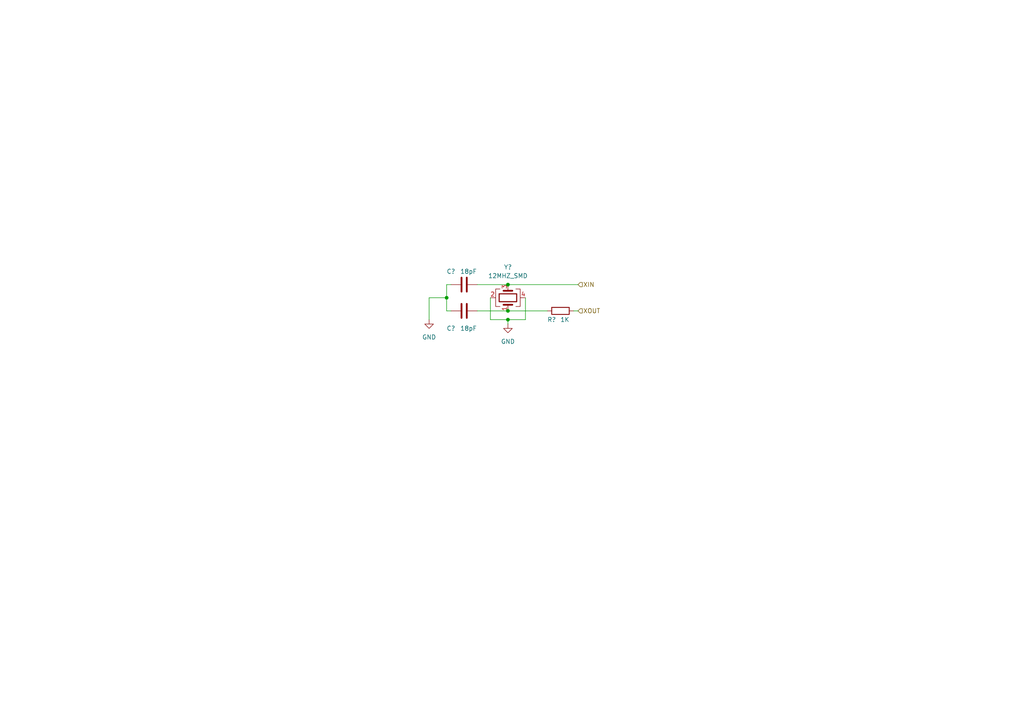
<source format=kicad_sch>
(kicad_sch (version 20211123) (generator eeschema)
  (paper "A4")
  (lib_symbols
    (symbol "Device:C" (pin_numbers hide) (pin_names (offset 0.254))
      (property "Reference" "C" (at 0.635 2.54 0))
      (property "Value" "C" (at 0.635 -2.54 0))
      (symbol "C_0_1"
        (polyline (pts (xy -2.032 -0.762) (xy 2.032 -0.762)) (stroke (width 0.508)))
        (polyline (pts (xy -2.032 0.762) (xy 2.032 0.762)) (stroke (width 0.508)))
      )
      (symbol "C_1_1"
        (pin passive line (at 0 3.81 270) (length 2.794) (name "~") (number "1"))
        (pin passive line (at 0 -3.81 90) (length 2.794) (name "~") (number "2"))
      )
    )
    (symbol "Device:Crystal_GND24" (pin_names (offset 1.016) hide)
      (property "Reference" "Y" (at 3.175 5.08 0))
      (property "Value" "Crystal_GND24" (at 3.175 3.175 0))
      (symbol "Crystal_GND24_0_1"
        (rectangle (start -1.143 2.54) (end 1.143 -2.54) (stroke (width 0.3048)))
        (polyline (pts (xy -2.54 0) (xy -2.032 0)))
        (polyline (pts (xy -2.032 -1.27) (xy -2.032 1.27)) (stroke (width 0.508)))
        (polyline (pts (xy 0 -3.81) (xy 0 -3.556)))
        (polyline (pts (xy 0 3.556) (xy 0 3.81)))
        (polyline (pts (xy 2.032 -1.27) (xy 2.032 1.27)) (stroke (width 0.508)))
        (polyline (pts (xy 2.032 0) (xy 2.54 0)))
        (polyline (pts (xy -2.54 -2.286) (xy -2.54 -3.556) (xy 2.54 -3.556) (xy 2.54 -2.286)))
        (polyline (pts (xy -2.54 2.286) (xy -2.54 3.556) (xy 2.54 3.556) (xy 2.54 2.286)))
      )
      (symbol "Crystal_GND24_1_1"
        (pin passive line (at -3.81 0 0) (length 1.27) (name "1") (number "1"))
        (pin passive line (at 0 5.08 270) (length 1.27) (name "2") (number "2"))
        (pin passive line (at 3.81 0 180) (length 1.27) (name "3") (number "3"))
        (pin passive line (at 0 -5.08 90) (length 1.27) (name "4") (number "4"))
      )
    )
    (symbol "Device:R" (pin_numbers hide) (pin_names (offset 0))
      (property "Reference" "R" (at 2.032 0 90))
      (property "Value" "R" (at 0 0 90))
      (symbol "R_0_1"
        (rectangle (start -1.016 -2.54) (end 1.016 2.54) (stroke (width 0.254)))
      )
      (symbol "R_1_1"
        (pin passive line (at 0 3.81 270) (length 1.27) (name "~") (number "1"))
        (pin passive line (at 0 -3.81 90) (length 1.27) (name "~") (number "2"))
      )
    )
    (symbol "power:GND" (power) (pin_names (offset 0))
      (property "Value" "GND" (at 0 -3.81 0))
      (symbol "GND_0_1"
        (polyline (pts (xy 0 0) (xy 0 -1.27) (xy 1.27 -1.27) (xy 0 -2.54) (xy -1.27 -1.27) (xy 0 -1.27)))
      )
      (symbol "GND_1_1"
        (pin power_in line (at 0 0 270) (length 0) hide (name "GND") (number "1"))
      )
    )
  )
  (junction (at 147.32 90.17))
  (junction (at 129.54 86.36))
  (junction (at 147.32 82.55))
  (junction (at 147.32 92.71))
  (wire (pts (xy 138.43 90.17) (xy 147.32 90.17)))
  (wire (pts (xy 129.54 90.17) (xy 129.54 86.36)))
  (wire (pts (xy 152.4 92.71) (xy 147.32 92.71)))
  (wire (pts (xy 166.37 90.17) (xy 167.64 90.17)))
  (wire (pts (xy 147.32 92.71) (xy 142.24 92.71)))
  (wire (pts (xy 130.81 90.17) (xy 129.54 90.17)))
  (wire (pts (xy 147.32 90.17) (xy 158.75 90.17)))
  (wire (pts (xy 152.4 86.36) (xy 152.4 92.71)))
  (wire (pts (xy 124.46 86.36) (xy 124.46 92.71)))
  (wire (pts (xy 147.32 93.98) (xy 147.32 92.71)))
  (wire (pts (xy 129.54 82.55) (xy 130.81 82.55)))
  (wire (pts (xy 147.32 82.55) (xy 167.64 82.55)))
  (wire (pts (xy 142.24 86.36) (xy 142.24 92.71)))
  (wire (pts (xy 129.54 86.36) (xy 129.54 82.55)))
  (wire (pts (xy 138.43 82.55) (xy 147.32 82.55)))
  (wire (pts (xy 129.54 86.36) (xy 124.46 86.36)))
  (hierarchical_label "XOUT" (shape input) (at 167.64 90.17 0))
  (hierarchical_label "XIN" (shape input) (at 167.64 82.55 0))
  (symbol (lib_id "power:GND") (at 124.46 92.71 0) (unit 1)
    (property "Reference" "#PWR?" (effects hide))
    (property "Value" "GND" (at 124.46 97.79 0))
  )
  (symbol (lib_id "power:GND") (at 147.32 93.98 0) (unit 1)
    (property "Reference" "#PWR?" (effects hide))
    (property "Value" "GND" (at 147.32 99.06 0))
  )
  (symbol (lib_id "Device:Crystal_GND24") (at 147.32 86.36 90) (unit 1)
    (property "Reference" "Y?" (at 147.32 77.47 90))
    (property "Value" "12MHZ_SMD" (at 147.32 80.01 90))
    (property "Footprint" "Crystal:Crystal_SMD_3225-4Pin_3.2x2.5mm" (effects hide))
    (property "LCSC" "C9002" (effects hide))
  )
  (symbol (lib_id "Device:C") (at 134.62 82.55 90) (unit 1)
    (property "Reference" "C?" (at 130.81 78.74 90))
    (property "Value" "18pF" (at 135.89 78.74 90))
    (property "Footprint" "Capacitor_SMD:C_0603_1608Metric" (effects hide))
    (property "LCSC" "C1647" (effects hide))
  )
  (symbol (lib_id "Device:R") (at 162.56 90.17 90) (unit 1)
    (property "Reference" "R?" (at 160.02 92.71 90))
    (property "Value" "1K" (at 163.83 92.71 90))
    (property "Footprint" "Resistor_SMD:R_0603_1608Metric" (effects hide))
    (property "LCSC" "C21190" (effects hide))
  )
  (symbol (lib_id "Device:C") (at 134.62 90.17 90) (unit 1)
    (property "Reference" "C?" (at 130.81 95.25 90))
    (property "Value" "18pF" (at 135.89 95.25 90))
    (property "Footprint" "Capacitor_SMD:C_0603_1608Metric" (effects hide))
    (property "LCSC" "C1647" (effects hide))
  )
)
</source>
